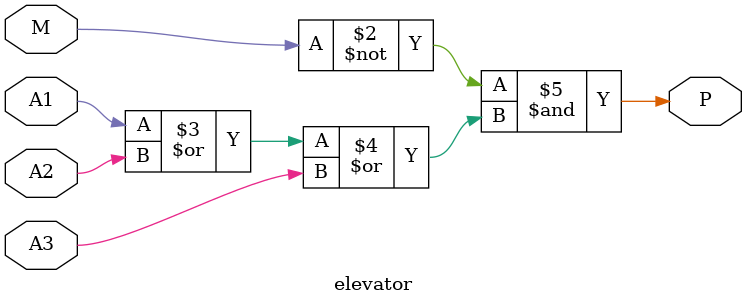
<source format=sv>
module elevator(
  input logic M, A1, A2, A3,
  output logic P
);

// IMPLEMENTAÇÃO DA LOGICA DO PROBLEMA, PORTA ABRE SE NÃO ESTIVER EM MOVIMENTO E EM ALGUM ANDAR.
  always_comb P <= ~M & (A1 | A2 | A3);
endmodule

</source>
